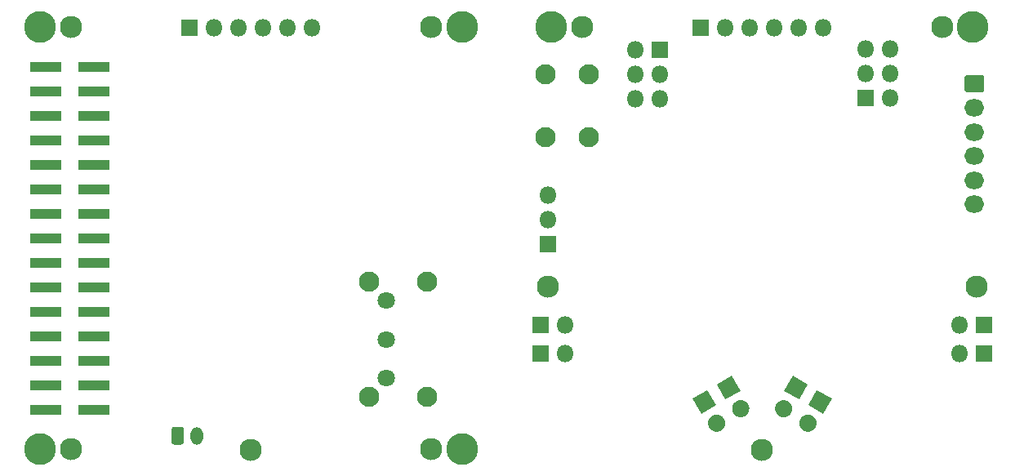
<source format=gbr>
%TF.GenerationSoftware,KiCad,Pcbnew,5.1.6-c6e7f7d~87~ubuntu18.04.1*%
%TF.CreationDate,2020-09-10T12:49:25+09:00*%
%TF.ProjectId,m5mouse,6d356d6f-7573-4652-9e6b-696361645f70,rev?*%
%TF.SameCoordinates,PX4c4b400PY8583b00*%
%TF.FileFunction,Soldermask,Top*%
%TF.FilePolarity,Negative*%
%FSLAX46Y46*%
G04 Gerber Fmt 4.6, Leading zero omitted, Abs format (unit mm)*
G04 Created by KiCad (PCBNEW 5.1.6-c6e7f7d~87~ubuntu18.04.1) date 2020-09-10 12:49:25*
%MOMM*%
%LPD*%
G01*
G04 APERTURE LIST*
%ADD10C,2.300000*%
%ADD11C,3.300000*%
%ADD12R,3.250000X1.100000*%
%ADD13O,2.050000X1.800000*%
%ADD14O,1.800000X1.800000*%
%ADD15R,1.800000X1.800000*%
%ADD16C,2.100000*%
%ADD17C,1.800000*%
%ADD18C,0.100000*%
%ADD19O,1.300000X1.850000*%
G04 APERTURE END LIST*
D10*
%TO.C,MH9*%
X25000000Y3000000D03*
%TD*%
%TO.C,MH10*%
X78000000Y3000000D03*
%TD*%
%TO.C,MH8*%
X59300000Y46850000D03*
D11*
X56150000Y46850000D03*
%TD*%
D10*
%TO.C,MH5*%
X96700000Y46850000D03*
D11*
X99850000Y46850000D03*
%TD*%
D10*
%TO.C,MH2*%
X43700000Y3150000D03*
D11*
X46850000Y3150000D03*
%TD*%
D10*
%TO.C,MH3*%
X6300000Y3150000D03*
D11*
X3150000Y3150000D03*
%TD*%
D10*
%TO.C,MH4*%
X6300000Y46850000D03*
D11*
X3150000Y46850000D03*
%TD*%
D10*
%TO.C,MH1*%
X43700000Y46850000D03*
D11*
X46850000Y46850000D03*
%TD*%
D10*
%TO.C,MH6*%
X100200000Y20000000D03*
%TD*%
%TO.C,MH7*%
X55800000Y20000000D03*
%TD*%
D12*
%TO.C,J2*%
X3675000Y42780000D03*
X8725000Y42780000D03*
X3675000Y40240000D03*
X8725000Y40240000D03*
X3675000Y37700000D03*
X8725000Y37700000D03*
X3675000Y35160000D03*
X8725000Y35160000D03*
X3675000Y32620000D03*
X8725000Y32620000D03*
X3675000Y30080000D03*
X8725000Y30080000D03*
X3675000Y27540000D03*
X8725000Y27540000D03*
X3675000Y25000000D03*
X8725000Y25000000D03*
X3675000Y22460000D03*
X8725000Y22460000D03*
X3675000Y19920000D03*
X8725000Y19920000D03*
X3675000Y17380000D03*
X8725000Y17380000D03*
X3675000Y14840000D03*
X8725000Y14840000D03*
X3675000Y12300000D03*
X8725000Y12300000D03*
X3675000Y9760000D03*
X8725000Y9760000D03*
X3675000Y7220000D03*
X8725000Y7220000D03*
%TD*%
%TO.C,J3*%
G36*
G01*
X99239706Y41900000D02*
X100760294Y41900000D01*
G75*
G02*
X101025000Y41635294I0J-264706D01*
G01*
X101025000Y40364706D01*
G75*
G02*
X100760294Y40100000I-264706J0D01*
G01*
X99239706Y40100000D01*
G75*
G02*
X98975000Y40364706I0J264706D01*
G01*
X98975000Y41635294D01*
G75*
G02*
X99239706Y41900000I264706J0D01*
G01*
G37*
D13*
X100000000Y38500000D03*
X100000000Y36000000D03*
X100000000Y33500000D03*
X100000000Y31000000D03*
X100000000Y28500000D03*
%TD*%
D14*
%TO.C,J4*%
X91240000Y44580000D03*
X88700000Y44580000D03*
X91240000Y42040000D03*
X88700000Y42040000D03*
X91240000Y39500000D03*
D15*
X88700000Y39500000D03*
%TD*%
%TO.C,J5*%
X67400000Y44500000D03*
D14*
X64860000Y44500000D03*
X67400000Y41960000D03*
X64860000Y41960000D03*
X67400000Y39420000D03*
X64860000Y39420000D03*
%TD*%
D15*
%TO.C,J6*%
X55800000Y24400000D03*
D14*
X55800000Y26940000D03*
X55800000Y29480000D03*
%TD*%
D15*
%TO.C,J7*%
X18650000Y46800000D03*
D14*
X21190000Y46800000D03*
X23730000Y46800000D03*
X26270000Y46800000D03*
X28810000Y46800000D03*
X31350000Y46800000D03*
%TD*%
D15*
%TO.C,J8*%
X71650000Y46800000D03*
D14*
X74190000Y46800000D03*
X76730000Y46800000D03*
X79270000Y46800000D03*
X81810000Y46800000D03*
X84350000Y46800000D03*
%TD*%
D16*
%TO.C,SW1*%
X37250000Y20500000D03*
X37250000Y8500000D03*
X43250000Y8500000D03*
X43250000Y20500000D03*
D17*
X39000000Y18500000D03*
X39000000Y14500000D03*
X39000000Y10500000D03*
%TD*%
D16*
%TO.C,SW2*%
X55500000Y35500000D03*
X60000000Y35500000D03*
X55500000Y42000000D03*
X60000000Y42000000D03*
%TD*%
D14*
%TO.C,D2*%
X98460000Y16000000D03*
D15*
X101000000Y16000000D03*
%TD*%
D18*
%TO.C,D3*%
G36*
X82729423Y9829423D02*
G01*
X81829423Y8270577D01*
X80270577Y9170577D01*
X81170577Y10729423D01*
X82729423Y9829423D01*
G37*
G36*
G01*
X81009423Y6850295D02*
X81009423Y6850295D01*
G75*
G02*
X79780000Y6520872I-779423J450000D01*
G01*
X79780000Y6520872D01*
G75*
G02*
X79450577Y7750295I450000J779423D01*
G01*
X79450577Y7750295D01*
G75*
G02*
X80680000Y8079718I779423J-450000D01*
G01*
X80680000Y8079718D01*
G75*
G02*
X81009423Y6850295I-450000J-779423D01*
G01*
G37*
%TD*%
%TO.C,D4*%
G36*
G01*
X76549423Y7750295D02*
X76549423Y7750295D01*
G75*
G02*
X76220000Y6520872I-779423J-450000D01*
G01*
X76220000Y6520872D01*
G75*
G02*
X74990577Y6850295I-450000J779423D01*
G01*
X74990577Y6850295D01*
G75*
G02*
X75320000Y8079718I779423J450000D01*
G01*
X75320000Y8079718D01*
G75*
G02*
X76549423Y7750295I450000J-779423D01*
G01*
G37*
G36*
X74829423Y10729423D02*
G01*
X75729423Y9170577D01*
X74170577Y8270577D01*
X73270577Y9829423D01*
X74829423Y10729423D01*
G37*
%TD*%
D15*
%TO.C,D5*%
X55000000Y16000000D03*
D14*
X57540000Y16000000D03*
%TD*%
D15*
%TO.C,Q2*%
X101000000Y13000000D03*
D14*
X98460000Y13000000D03*
%TD*%
%TO.C,Q4*%
G36*
G01*
X83509423Y5350295D02*
X83509423Y5350295D01*
G75*
G02*
X82280000Y5020872I-779423J450000D01*
G01*
X82280000Y5020872D01*
G75*
G02*
X81950577Y6250295I450000J779423D01*
G01*
X81950577Y6250295D01*
G75*
G02*
X83180000Y6579718I779423J-450000D01*
G01*
X83180000Y6579718D01*
G75*
G02*
X83509423Y5350295I-450000J-779423D01*
G01*
G37*
D18*
G36*
X85229423Y8329423D02*
G01*
X84329423Y6770577D01*
X82770577Y7670577D01*
X83670577Y9229423D01*
X85229423Y8329423D01*
G37*
%TD*%
%TO.C,Q6*%
G36*
X72329423Y9229423D02*
G01*
X73229423Y7670577D01*
X71670577Y6770577D01*
X70770577Y8329423D01*
X72329423Y9229423D01*
G37*
G36*
G01*
X74049423Y6250295D02*
X74049423Y6250295D01*
G75*
G02*
X73720000Y5020872I-779423J-450000D01*
G01*
X73720000Y5020872D01*
G75*
G02*
X72490577Y5350295I-450000J779423D01*
G01*
X72490577Y5350295D01*
G75*
G02*
X72820000Y6579718I779423J450000D01*
G01*
X72820000Y6579718D01*
G75*
G02*
X74049423Y6250295I450000J-779423D01*
G01*
G37*
%TD*%
D14*
%TO.C,Q8*%
X57540000Y13000000D03*
D15*
X55000000Y13000000D03*
%TD*%
%TO.C,J1*%
G36*
G01*
X16750000Y3845832D02*
X16750000Y5154168D01*
G75*
G02*
X17020832Y5425000I270832J0D01*
G01*
X17779168Y5425000D01*
G75*
G02*
X18050000Y5154168I0J-270832D01*
G01*
X18050000Y3845832D01*
G75*
G02*
X17779168Y3575000I-270832J0D01*
G01*
X17020832Y3575000D01*
G75*
G02*
X16750000Y3845832I0J270832D01*
G01*
G37*
D19*
X19400000Y4500000D03*
%TD*%
M02*

</source>
